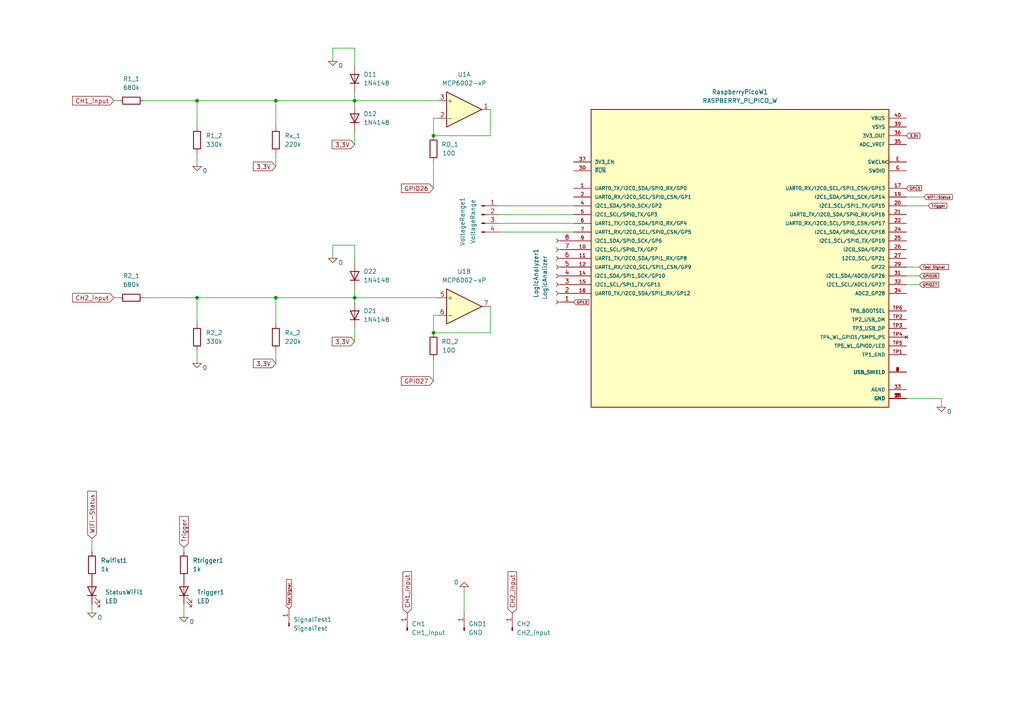
<source format=kicad_sch>
(kicad_sch (version 20231120) (generator "eeschema") (generator_version "8.0")
  (paper "A4")
  (title_block (title "PCB para Osciloscopio Scoppy"))
  (lib_symbols
    (symbol "Amplifier_Operational:MCP6002-xP" (pin_names (offset 0.127))
      (property "Reference" "U" (at 0 5.08 0))
      (property "Value" "MCP6002-xP" (at 0 -5.08 0))
      (symbol "MCP6002-xP_1_1"
        (polyline (pts (xy -5.08 5.08) (xy 5.08 0) (xy -5.08 -5.08) (xy -5.08 5.08)) (stroke (width 0.254)) (fill (type background)))
        (pin output line (at 7.62 0 180) (length 2.54) (name "~") (number "1"))
        (pin input line (at -7.62 -2.54 0) (length 2.54) (name "-") (number "2"))
        (pin input line (at -7.62 2.54 0) (length 2.54) (name "+") (number "3"))
      )
      (symbol "MCP6002-xP_2_1"
        (polyline (pts (xy -5.08 5.08) (xy 5.08 0) (xy -5.08 -5.08) (xy -5.08 5.08)) (stroke (width 0.254)) (fill (type background)))
        (pin input line (at -7.62 2.54 0) (length 2.54) (name "+") (number "5"))
        (pin input line (at -7.62 -2.54 0) (length 2.54) (name "-") (number "6"))
        (pin output line (at 7.62 0 180) (length 2.54) (name "~") (number "7"))
      )
      (symbol "MCP6002-xP_3_1"
        (pin power_in line (at -2.54 -7.62 90) (length 3.81) (name "V-") (number "4"))
        (pin power_in line (at -2.54 7.62 270) (length 3.81) (name "V+") (number "8"))
      )
    )
    (symbol "Connector:Conn_01x01_Pin" (pin_names (offset 1.016) hide)
      (property "Reference" "J" (at 0 2.54 0))
      (property "Value" "Conn_01x01_Pin" (at 0 -2.54 0))
      (symbol "Conn_01x01_Pin_1_1"
        (polyline (pts (xy 1.27 0) (xy 0.8636 0)) (stroke (width 0.1524)))
        (rectangle (start 0.8636 0.127) (end 0 -0.127) (stroke (width 0.1524)) (fill (type outline)))
        (pin passive line (at 5.08 0 180) (length 3.81) (name "Pin_1") (number "1"))
      )
    )
    (symbol "Connector:Conn_01x04_Male" (pin_names (offset 1.016) hide)
      (property "Reference" "J" (at 0 5.08 0))
      (property "Value" "Conn_01x04_Male" (at 0 -7.62 0))
      (symbol "Conn_01x04_Male_1_1"
        (polyline (pts (xy 1.27 -5.08) (xy 0.8636 -5.08)) (stroke (width 0.1524)))
        (polyline (pts (xy 1.27 -2.54) (xy 0.8636 -2.54)) (stroke (width 0.1524)))
        (polyline (pts (xy 1.27 0) (xy 0.8636 0)) (stroke (width 0.1524)))
        (polyline (pts (xy 1.27 2.54) (xy 0.8636 2.54)) (stroke (width 0.1524)))
        (rectangle (start 0.8636 -4.953) (end 0 -5.207) (stroke (width 0.1524)) (fill (type outline)))
        (rectangle (start 0.8636 -2.413) (end 0 -2.667) (stroke (width 0.1524)) (fill (type outline)))
        (rectangle (start 0.8636 0.127) (end 0 -0.127) (stroke (width 0.1524)) (fill (type outline)))
        (rectangle (start 0.8636 2.667) (end 0 2.413) (stroke (width 0.1524)) (fill (type outline)))
        (pin passive line (at 5.08 2.54 180) (length 3.81) (name "Pin_1") (number "1"))
        (pin passive line (at 5.08 0 180) (length 3.81) (name "Pin_2") (number "2"))
        (pin passive line (at 5.08 -2.54 180) (length 3.81) (name "Pin_3") (number "3"))
        (pin passive line (at 5.08 -5.08 180) (length 3.81) (name "Pin_4") (number "4"))
      )
    )
    (symbol "Connector:Conn_01x08_Socket" (pin_names (offset 1.016) hide)
      (property "Reference" "J" (at 0 10.16 0))
      (property "Value" "Conn_01x08_Socket" (at 0 -12.7 0))
      (symbol "Conn_01x08_Socket_1_1"
        (arc (start 0 -9.652) (mid -0.5058 -10.16) (end 0 -10.668) (stroke (width 0.1524)))
        (arc (start 0 -7.112) (mid -0.5058 -7.62) (end 0 -8.128) (stroke (width 0.1524)))
        (arc (start 0 -4.572) (mid -0.5058 -5.08) (end 0 -5.588) (stroke (width 0.1524)))
        (arc (start 0 -2.032) (mid -0.5058 -2.54) (end 0 -3.048) (stroke (width 0.1524)))
        (polyline (pts (xy -1.27 -10.16) (xy -0.508 -10.16)) (stroke (width 0.1524)))
        (polyline (pts (xy -1.27 -7.62) (xy -0.508 -7.62)) (stroke (width 0.1524)))
        (polyline (pts (xy -1.27 -5.08) (xy -0.508 -5.08)) (stroke (width 0.1524)))
        (polyline (pts (xy -1.27 -2.54) (xy -0.508 -2.54)) (stroke (width 0.1524)))
        (polyline (pts (xy -1.27 0) (xy -0.508 0)) (stroke (width 0.1524)))
        (polyline (pts (xy -1.27 2.54) (xy -0.508 2.54)) (stroke (width 0.1524)))
        (polyline (pts (xy -1.27 5.08) (xy -0.508 5.08)) (stroke (width 0.1524)))
        (polyline (pts (xy -1.27 7.62) (xy -0.508 7.62)) (stroke (width 0.1524)))
        (arc (start 0 0.508) (mid -0.5058 0) (end 0 -0.508) (stroke (width 0.1524)))
        (arc (start 0 3.048) (mid -0.5058 2.54) (end 0 2.032) (stroke (width 0.1524)))
        (arc (start 0 5.588) (mid -0.5058 5.08) (end 0 4.572) (stroke (width 0.1524)))
        (arc (start 0 8.128) (mid -0.5058 7.62) (end 0 7.112) (stroke (width 0.1524)))
        (pin passive line (at -5.08 7.62 0) (length 3.81) (name "Pin_1") (number "1"))
        (pin passive line (at -5.08 5.08 0) (length 3.81) (name "Pin_2") (number "2"))
        (pin passive line (at -5.08 2.54 0) (length 3.81) (name "Pin_3") (number "3"))
        (pin passive line (at -5.08 0 0) (length 3.81) (name "Pin_4") (number "4"))
        (pin passive line (at -5.08 -2.54 0) (length 3.81) (name "Pin_5") (number "5"))
        (pin passive line (at -5.08 -5.08 0) (length 3.81) (name "Pin_6") (number "6"))
        (pin passive line (at -5.08 -7.62 0) (length 3.81) (name "Pin_7") (number "7"))
        (pin passive line (at -5.08 -10.16 0) (length 3.81) (name "Pin_8") (number "8"))
      )
    )
    (symbol "Device:LED" (pin_numbers hide) (pin_names (offset 1.016) hide)
      (property "Reference" "D" (at 0 2.54 0))
      (property "Value" "LED" (at 0 -2.54 0))
      (symbol "LED_0_1"
        (polyline (pts (xy -1.27 -1.27) (xy -1.27 1.27)) (stroke (width 0.254)))
        (polyline (pts (xy -1.27 0) (xy 1.27 0)))
        (polyline (pts (xy 1.27 -1.27) (xy 1.27 1.27) (xy -1.27 0) (xy 1.27 -1.27)) (stroke (width 0.254)))
        (polyline (pts (xy -3.048 -0.762) (xy -4.572 -2.286) (xy -3.81 -2.286) (xy -4.572 -2.286) (xy -4.572 -1.524)))
        (polyline (pts (xy -1.778 -0.762) (xy -3.302 -2.286) (xy -2.54 -2.286) (xy -3.302 -2.286) (xy -3.302 -1.524)))
      )
      (symbol "LED_1_1"
        (pin passive line (at -3.81 0 0) (length 2.54) (name "K") (number "1"))
        (pin passive line (at 3.81 0 180) (length 2.54) (name "A") (number "2"))
      )
    )
    (symbol "Device:R" (pin_numbers hide) (pin_names (offset 0))
      (property "Reference" "R" (at 2.032 0 90))
      (property "Value" "R" (at 0 0 90))
      (symbol "R_0_1"
        (rectangle (start -1.016 -2.54) (end 1.016 2.54) (stroke (width 0.254)))
      )
      (symbol "R_1_1"
        (pin passive line (at 0 3.81 270) (length 1.27) (name "~") (number "1"))
        (pin passive line (at 0 -3.81 90) (length 1.27) (name "~") (number "2"))
      )
    )
    (symbol "Diode:1N4148" (pin_numbers hide) (pin_names hide)
      (property "Reference" "D" (at 0 2.54 0))
      (property "Value" "1N4148" (at 0 -2.54 0))
      (symbol "1N4148_0_1"
        (polyline (pts (xy -1.27 1.27) (xy -1.27 -1.27)) (stroke (width 0.254)))
        (polyline (pts (xy 1.27 0) (xy -1.27 0)))
        (polyline (pts (xy 1.27 1.27) (xy 1.27 -1.27) (xy -1.27 0) (xy 1.27 1.27)) (stroke (width 0.254)))
      )
      (symbol "1N4148_1_1"
        (pin passive line (at -3.81 0 0) (length 2.54) (name "K") (number "1"))
        (pin passive line (at 3.81 0 180) (length 2.54) (name "A") (number "2"))
      )
    )
    (symbol "RaspberryPicow:RASPBERRY_PI_PICO_W" (pin_names (offset 1.016))
      (property "Reference" "U" (at -43.18 44.069 0))
      (property "Value" "RASPBERRY_PI_PICO_W" (at -43.18 -45.72 0))
      (symbol "RASPBERRY_PI_PICO_W_0_0"
        (rectangle (start -43.18 -43.18) (end 43.18 43.18) (stroke (width 0.254)) (fill (type background)))
        (pin bidirectional line (at -48.26 20.32 0) (length 5.08) (name "UART0_TX/I2C0_SDA/SPI0_RX/GP0") (number "1"))
        (pin bidirectional line (at -48.26 2.54 0) (length 5.08) (name "I2C1_SCL/SPI0_TX/GP7") (number "10"))
        (pin bidirectional line (at -48.26 0 0) (length 5.08) (name "UART1_TX/I2C0_SDA/SPI1_RX/GP8") (number "11"))
        (pin bidirectional line (at -48.26 -2.54 0) (length 5.08) (name "UART1_RX/I2C0_SCL/SPI1_CSN/GP9") (number "12"))
        (pin power_in line (at 48.26 -40.64 180) (length 5.08) (name "GND") (number "13"))
        (pin bidirectional line (at -48.26 -5.08 0) (length 5.08) (name "I2C1_SDA/SPI1_SCK/GP10") (number "14"))
        (pin bidirectional line (at -48.26 -7.62 0) (length 5.08) (name "I2C1_SCL/SPI1_TX/GP11") (number "15"))
        (pin bidirectional line (at -48.26 -10.16 0) (length 5.08) (name "UART0_TX/I2C0_SDA/SPI1_RX/GP12") (number "16"))
        (pin bidirectional line (at 48.26 20.32 180) (length 5.08) (name "UART0_RX/I2C0_SCL/SPI1_CSN/GP13") (number "17"))
        (pin power_in line (at 48.26 -40.64 180) (length 5.08) (name "GND") (number "18"))
        (pin bidirectional line (at 48.26 17.78 180) (length 5.08) (name "I2C1_SDA/SPI1_SCK/GP14") (number "19"))
        (pin bidirectional line (at -48.26 17.78 0) (length 5.08) (name "UART0_RX/I2C0_SCL/SPI0_CSN/GP1") (number "2"))
        (pin bidirectional line (at 48.26 15.24 180) (length 5.08) (name "I2C1_SCL/SPI1_TX/GP15") (number "20"))
        (pin bidirectional line (at 48.26 12.7 180) (length 5.08) (name "UART0_TX/I2C0_SDA/SPI0_RX/GP16") (number "21"))
        (pin bidirectional line (at 48.26 10.16 180) (length 5.08) (name "UART0_RX/I2C0_SCL/SPI0_CSN/GP17") (number "22"))
        (pin power_in line (at 48.26 -40.64 180) (length 5.08) (name "GND") (number "23"))
        (pin bidirectional line (at 48.26 7.62 180) (length 5.08) (name "I2C1_SDA/SPI0_SCK/GP18") (number "24"))
        (pin bidirectional line (at 48.26 5.08 180) (length 5.08) (name "I2C1_SCL/SPI0_TX/GP19") (number "25"))
        (pin bidirectional line (at 48.26 2.54 180) (length 5.08) (name "I2C0_SDA/GP20") (number "26"))
        (pin bidirectional line (at 48.26 0 180) (length 5.08) (name "12C0_SCL/GP21") (number "27"))
        (pin power_in line (at 48.26 -40.64 180) (length 5.08) (name "GND") (number "28"))
        (pin bidirectional line (at 48.26 -2.54 180) (length 5.08) (name "GP22") (number "29"))
        (pin power_in line (at 48.26 -40.64 180) (length 5.08) (name "GND") (number "3"))
        (pin input line (at -48.26 25.4 0) (length 5.08) (name "~{RUN}") (number "30"))
        (pin bidirectional line (at 48.26 -5.08 180) (length 5.08) (name "I2C1_SDA/ADC0/GP26") (number "31"))
        (pin bidirectional line (at 48.26 -7.62 180) (length 5.08) (name "I2C1_SCL/ADC1/GP27") (number "32"))
        (pin power_in line (at 48.26 -38.1 180) (length 5.08) (name "AGND") (number "33"))
        (pin bidirectional line (at 48.26 -10.16 180) (length 5.08) (name "ADC2_GP28") (number "34"))
        (pin power_in line (at 48.26 33.02 180) (length 5.08) (name "ADC_VREF") (number "35"))
        (pin power_in line (at 48.26 35.56 180) (length 5.08) (name "3V3_OUT") (number "36"))
        (pin input line (at -48.26 27.94 0) (length 5.08) (name "3V3_EN") (number "37"))
        (pin power_in line (at 48.26 -40.64 180) (length 5.08) (name "GND") (number "38"))
        (pin power_in line (at 48.26 38.1 180) (length 5.08) (name "VSYS") (number "39"))
        (pin bidirectional line (at -48.26 15.24 0) (length 5.08) (name "I2C1_SDA/SPI0_SCK/GP2") (number "4"))
        (pin power_in line (at 48.26 40.64 180) (length 5.08) (name "VBUS") (number "40"))
        (pin bidirectional line (at -48.26 12.7 0) (length 5.08) (name "I2C1_SCL/SPI0_TX/GP3") (number "5"))
        (pin bidirectional line (at -48.26 10.16 0) (length 5.08) (name "UART1_TX/I2C0_SDA/SPI0_RX/GP4") (number "6"))
        (pin bidirectional line (at -48.26 7.62 0) (length 5.08) (name "UART1_RX/I2C0_SCL/SPI0_CSN/GP5") (number "7"))
        (pin power_in line (at 48.26 -40.64 180) (length 5.08) (name "GND") (number "8"))
        (pin bidirectional line (at -48.26 5.08 0) (length 5.08) (name "I2C1_SDA/SPI0_SCK/GP6") (number "9"))
        (pin power_in line (at 48.26 -33.02 180) (length 5.08) (name "USB_SHIELD") (number "A"))
        (pin power_in line (at 48.26 -33.02 180) (length 5.08) (name "USB_SHIELD") (number "B"))
        (pin power_in line (at 48.26 -33.02 180) (length 5.08) (name "USB_SHIELD") (number "C"))
        (pin power_in line (at 48.26 -33.02 180) (length 5.08) (name "USB_SHIELD") (number "D"))
        (pin input clock (at 48.26 27.94 180) (length 5.08) (name "SWCLK") (number "E"))
        (pin power_in line (at 48.26 -40.64 180) (length 5.08) (name "GND") (number "F"))
        (pin bidirectional line (at 48.26 25.4 180) (length 5.08) (name "SWDIO") (number "G"))
        (pin power_in line (at 48.26 -27.94 180) (length 5.08) (name "TP1_GND") (number "TP1"))
        (pin bidirectional line (at 48.26 -17.78 180) (length 5.08) (name "TP2_USB_DM") (number "TP2"))
        (pin bidirectional line (at 48.26 -20.32 180) (length 5.08) (name "TP3_USB_DP") (number "TP3"))
        (pin no_connect line (at 48.26 -22.86 180) (length 5.08) (name "TP4_WL_GPIO1/SMPS_PS") (number "TP4"))
        (pin bidirectional line (at 48.26 -25.4 180) (length 5.08) (name "TP5_WL_GPIO0/LED") (number "TP5"))
        (pin input line (at 48.26 -15.24 180) (length 5.08) (name "TP6_BOOTSEL") (number "TP6"))
      )
    )
    (symbol "Simulation_SPICE:0" (power) (pin_numbers hide) (pin_names (offset 0) hide)
      (property "Value" "0" (at 0 -2.54 0))
      (symbol "0_0_1"
        (polyline (pts (xy -1.27 0) (xy 0 -1.27) (xy 1.27 0) (xy -1.27 0)))
      )
      (symbol "0_1_1"
        (pin power_in line (at 0 0 0) (length 0) (name "~") (number "1"))
      )
    )
  )
  (junction (at 57.15 86.36))
  (junction (at 125.73 39.37))
  (junction (at 125.73 96.52))
  (junction (at 80.01 86.36))
  (junction (at 80.01 29.21))
  (junction (at 102.87 86.36))
  (junction (at 57.15 29.21))
  (junction (at 102.87 29.21))
  (wire (pts (xy 266.7 82.55) (xy 262.89 82.55)))
  (wire (pts (xy 80.01 44.45) (xy 80.01 48.26)))
  (wire (pts (xy 102.87 29.21) (xy 102.87 30.48)))
  (wire (pts (xy 125.73 104.14) (xy 125.73 110.49)))
  (wire (pts (xy 102.87 86.36) (xy 127 86.36)))
  (wire (pts (xy 102.87 19.05) (xy 102.87 13.97)))
  (wire (pts (xy 96.52 13.97) (xy 96.52 17.78)))
  (wire (pts (xy 102.87 76.2) (xy 102.87 71.12)))
  (wire (pts (xy 144.78 62.23) (xy 166.37 62.23)))
  (wire (pts (xy 57.15 44.45) (xy 57.15 48.26)))
  (wire (pts (xy 262.89 115.57) (xy 273.05 115.57)))
  (wire (pts (xy 80.01 29.21) (xy 57.15 29.21)))
  (wire (pts (xy 96.52 71.12) (xy 96.52 74.93)))
  (wire (pts (xy 269.24 59.69) (xy 262.89 59.69)))
  (wire (pts (xy 142.24 31.75) (xy 142.24 39.37)))
  (wire (pts (xy 144.78 59.69) (xy 166.37 59.69)))
  (wire (pts (xy 262.89 77.47) (xy 266.7 77.47)))
  (wire (pts (xy 57.15 29.21) (xy 41.91 29.21)))
  (wire (pts (xy 142.24 96.52) (xy 125.73 96.52)))
  (wire (pts (xy 80.01 101.6) (xy 80.01 105.41)))
  (wire (pts (xy 262.89 80.01) (xy 266.7 80.01)))
  (wire (pts (xy 144.78 67.31) (xy 166.37 67.31)))
  (wire (pts (xy 53.34 175.26) (xy 53.34 179.07)))
  (wire (pts (xy 102.87 29.21) (xy 127 29.21)))
  (wire (pts (xy 33.02 29.21) (xy 34.29 29.21)))
  (wire (pts (xy 102.87 71.12) (xy 96.52 71.12)))
  (wire (pts (xy 142.24 39.37) (xy 125.73 39.37)))
  (wire (pts (xy 80.01 86.36) (xy 57.15 86.36)))
  (wire (pts (xy 33.02 86.36) (xy 34.29 86.36)))
  (wire (pts (xy 57.15 86.36) (xy 41.91 86.36)))
  (wire (pts (xy 102.87 86.36) (xy 102.87 87.63)))
  (wire (pts (xy 102.87 95.25) (xy 102.87 99.06)))
  (wire (pts (xy 80.01 93.98) (xy 80.01 86.36)))
  (wire (pts (xy 57.15 36.83) (xy 57.15 29.21)))
  (wire (pts (xy 26.67 156.21) (xy 26.67 160.02)))
  (wire (pts (xy 57.15 93.98) (xy 57.15 86.36)))
  (wire (pts (xy 102.87 26.67) (xy 102.87 29.21)))
  (wire (pts (xy 125.73 91.44) (xy 127 91.44)))
  (wire (pts (xy 273.05 118.11) (xy 273.05 115.57)))
  (wire (pts (xy 134.62 170.18) (xy 134.62 177.8)))
  (wire (pts (xy 142.24 88.9) (xy 142.24 96.52)))
  (wire (pts (xy 125.73 46.99) (xy 125.73 54.61)))
  (wire (pts (xy 26.67 175.26) (xy 26.67 177.8)))
  (wire (pts (xy 80.01 36.83) (xy 80.01 29.21)))
  (wire (pts (xy 80.01 86.36) (xy 102.87 86.36)))
  (wire (pts (xy 125.73 96.52) (xy 125.73 91.44)))
  (wire (pts (xy 262.89 57.15) (xy 267.97 57.15)))
  (wire (pts (xy 102.87 83.82) (xy 102.87 86.36)))
  (wire (pts (xy 144.78 64.77) (xy 166.37 64.77)))
  (wire (pts (xy 102.87 38.1) (xy 102.87 41.91)))
  (wire (pts (xy 57.15 101.6) (xy 57.15 105.41)))
  (wire (pts (xy 102.87 13.97) (xy 96.52 13.97)))
  (wire (pts (xy 125.73 34.29) (xy 127 34.29)))
  (wire (pts (xy 53.34 158.75) (xy 53.34 160.02)))
  (wire (pts (xy 125.73 39.37) (xy 125.73 34.29)))
  (wire (pts (xy 80.01 29.21) (xy 102.87 29.21)))
  (global_label "Trigger" (shape input) (at 269.24 59.69 0) (effects (font (size 0.762 0.762))) (property "Intersheetrefs" "${INTERSHEET_REFS}" (effects (hide yes))))
  (global_label "3,3V" (shape input) (at 102.87 41.91 180) (property "Intersheetrefs" "${INTERSHEET_REFS}" (effects (hide yes))))
  (global_label "CH2_input" (shape input) (at 148.59 177.8 90) (property "Intersheetrefs" "${INTERSHEET_REFS}" (effects (hide yes))))
  (global_label "WiFi-Status" (shape input) (at 267.97 57.15 0) (effects (font (size 0.762 0.762))) (property "Intersheetrefs" "${INTERSHEET_REFS}" (effects (hide yes))))
  (global_label "CH2_input" (shape input) (at 33.02 86.36 180) (property "Intersheetrefs" "${INTERSHEET_REFS}" (effects (hide yes))))
  (global_label "GPIO26" (shape input) (at 266.7 80.01 0) (effects (font (size 0.762 0.762))) (property "Intersheetrefs" "${INTERSHEET_REFS}" (effects (hide yes))))
  (global_label "CH1_input" (shape input) (at 118.11 177.8 90) (property "Intersheetrefs" "${INTERSHEET_REFS}" (effects (hide yes))))
  (global_label "Test Signal " (shape input) (at 83.82 176.53 90) (effects (font (size 0.762 0.762))) (property "Intersheetrefs" "${INTERSHEET_REFS}" (effects (hide yes))))
  (global_label "Test Signal " (shape input) (at 266.7 77.47 0) (effects (font (size 0.762 0.762))) (property "Intersheetrefs" "${INTERSHEET_REFS}" (effects (hide yes))))
  (global_label "GP13" (shape input) (at 262.89 54.61 0) (effects (font (size 0.762 0.762))) (property "Intersheetrefs" "${INTERSHEET_REFS}" (effects (hide yes))))
  (global_label "GPIO26" (shape input) (at 125.73 54.61 180) (property "Intersheetrefs" "${INTERSHEET_REFS}" (effects (hide yes))))
  (global_label "3,3V" (shape input) (at 80.01 105.41 180) (property "Intersheetrefs" "${INTERSHEET_REFS}" (effects (hide yes))))
  (global_label "CH1_input" (shape input) (at 33.02 29.21 180) (property "Intersheetrefs" "${INTERSHEET_REFS}" (effects (hide yes))))
  (global_label "3,3V" (shape input) (at 262.89 39.37 0) (effects (font (size 0.762 0.762))) (property "Intersheetrefs" "${INTERSHEET_REFS}" (effects (hide yes))))
  (global_label "3,3V" (shape input) (at 102.87 99.06 180) (property "Intersheetrefs" "${INTERSHEET_REFS}" (effects (hide yes))))
  (global_label "GPIO27" (shape input) (at 125.73 110.49 180) (property "Intersheetrefs" "${INTERSHEET_REFS}" (effects (hide yes))))
  (global_label "GPIO27" (shape input) (at 266.7 82.55 0) (effects (font (size 0.762 0.762))) (property "Intersheetrefs" "${INTERSHEET_REFS}" (effects (hide yes))))
  (global_label "Trigger" (shape input) (at 53.34 158.75 90) (property "Intersheetrefs" "${INTERSHEET_REFS}" (effects (hide yes))))
  (global_label "3,3V" (shape input) (at 80.01 48.26 180) (property "Intersheetrefs" "${INTERSHEET_REFS}" (effects (hide yes))))
  (global_label "GP13" (shape input) (at 166.37 87.63 0) (effects (font (size 0.762 0.762))) (property "Intersheetrefs" "${INTERSHEET_REFS}" (effects (hide yes))))
  (global_label "WiFi-Status" (shape input) (at 26.67 156.21 90) (property "Intersheetrefs" "${INTERSHEET_REFS}" (effects (hide yes))))
  (symbol (lib_id "Simulation_SPICE:0") (at 273.05 118.11 0) (unit 1)
    (property "Reference" "#GND05" (effects (hide yes)))
    (property "Value" "0" (at 275.336 119.38 0))
    (property "Datasheet" "https://ngspice.sourceforge.io/docs/ngspice-html-manual/manual.xhtml#subsec_Circuit_elements__device" (effects (hide yes)))
    (property "Description" "0V reference potential for simulation" (effects (hide yes)))
  )
  (symbol (lib_id "Device:R") (at 57.15 40.64 180) (unit 1)
    (property "Reference" "R1_2" (at 59.69 39.3699 0) (effects (justify right)))
    (property "Value" "330k" (at 59.69 41.9099 0) (effects (justify right)))
    (property "Footprint" "Resistor_THT:R_Axial_DIN0204_L3.6mm_D1.6mm_P7.62mm_Horizontal" (effects (hide yes)))
    (property "Description" "Resistor" (effects (hide yes)))
  )
  (symbol (lib_id "Simulation_SPICE:0") (at 96.52 17.78 0) (unit 1)
    (property "Reference" "#GND04" (effects (hide yes)))
    (property "Value" "0" (at 98.806 19.05 0))
    (property "Datasheet" "https://ngspice.sourceforge.io/docs/ngspice-html-manual/manual.xhtml#subsec_Circuit_elements__device" (effects (hide yes)))
    (property "Description" "0V reference potential for simulation" (effects (hide yes)))
  )
  (symbol (lib_id "Device:R") (at 57.15 97.79 180) (unit 1)
    (property "Reference" "R2_2" (at 59.69 96.5199 0) (effects (justify right)))
    (property "Value" "330k" (at 59.69 99.0599 0) (effects (justify right)))
    (property "Footprint" "Resistor_THT:R_Axial_DIN0204_L3.6mm_D1.6mm_P7.62mm_Horizontal" (effects (hide yes)))
    (property "Description" "Resistor" (effects (hide yes)))
  )
  (symbol (lib_id "Device:R") (at 125.73 100.33 180) (unit 1)
    (property "Reference" "RO_2" (at 128.016 99.06 0) (effects (justify right)))
    (property "Value" "100" (at 128.27 101.5999 0) (effects (justify right)))
    (property "Footprint" "Resistor_THT:R_Axial_DIN0204_L3.6mm_D1.6mm_P7.62mm_Horizontal" (effects (hide yes)))
    (property "Description" "Resistor" (effects (hide yes)))
  )
  (symbol (lib_id "Device:R") (at 26.67 163.83 0) (unit 1)
    (property "Reference" "Rwifist1" (at 29.21 162.5599 0) (effects (justify left)))
    (property "Value" "1k" (at 29.21 165.0999 0) (effects (justify left)))
    (property "Footprint" "Resistor_THT:R_Axial_DIN0204_L3.6mm_D1.6mm_P7.62mm_Horizontal" (effects (hide yes)))
    (property "Description" "Resistor" (effects (hide yes)))
  )
  (symbol (lib_id "Simulation_SPICE:0") (at 96.52 74.93 0) (unit 1)
    (property "Reference" "#GND06" (effects (hide yes)))
    (property "Value" "0" (at 98.806 76.2 0))
    (property "Datasheet" "https://ngspice.sourceforge.io/docs/ngspice-html-manual/manual.xhtml#subsec_Circuit_elements__device" (effects (hide yes)))
    (property "Description" "0V reference potential for simulation" (effects (hide yes)))
  )
  (symbol (lib_id "Connector:Conn_01x01_Pin") (at 134.62 182.88 90) (unit 1)
    (property "Reference" "GND1" (at 135.89 180.9749 90) (effects (justify right)))
    (property "Value" "GND" (at 135.89 183.5149 90) (effects (justify right)))
    (property "Footprint" "Connector_PinSocket_2.54mm:PinSocket_1x01_P2.54mm_Vertical" (effects (hide yes)))
    (property "Description" "Generic connector, single row, 01x01, script generated" (effects (hide yes)))
  )
  (symbol (lib_id "RaspberryPicow:RASPBERRY_PI_PICO_W") (at 214.63 74.93 0) (unit 1)
    (property "Reference" "RaspberryPicoW1" (at 214.63 26.67 0))
    (property "Value" "RASPBERRY_PI_PICO_W" (at 214.63 29.21 0))
    (property "Footprint" "Module:RaspberryPi_Pico_W_SMD" (effects (hide yes)))
    (property "MF" "Raspberry Pi" (effects (hide yes)))
    (property "Description_1" "\n                        \n                            Raspberry Pi Board, Arm Cortex-M0+; Silicon Manufacturer:Raspberry Pi; No. Of Bits:32Bit; Silicon Family Name:-; Core Architecture:Arm; Core Sub-Architecture:Cortex-M0+; Silicon Core Number:Rp2040; Product Range:Raspberry Pi Pico Rohs Compliant: Yes |Raspberry-Pi RASPBERRY PI PICO W\n                        \n" (effects (hide yes)))
    (property "Package" "None" (effects (hide yes)))
    (property "Price" "None" (effects (hide yes)))
    (property "Check_prices" "https://www.snapeda.com/parts/RASPBERRY%20PI%20PICO%20W/Raspberry+Pi/view-part/?ref=eda" (effects (hide yes)))
    (property "STANDARD" "Manufacturer Recommendations" (effects (hide yes)))
    (property "PARTREV" "2.4" (effects (hide yes)))
    (property "SnapEDA_Link" "https://www.snapeda.com/parts/RASPBERRY%20PI%20PICO%20W/Raspberry+Pi/view-part/?ref=snap" (effects (hide yes)))
    (property "MP" "RASPBERRY PI PICO W" (effects (hide yes)))
    (property "Availability" "Not in stock" (effects (hide yes)))
    (property "MANUFACTURER" "Raspberry Pi" (effects (hide yes)))
  )
  (symbol (lib_id "Connector:Conn_01x01_Pin") (at 148.59 182.88 90) (unit 1)
    (property "Reference" "CH2" (at 149.86 180.9749 90) (effects (justify right)))
    (property "Value" "CH2_input" (at 149.86 183.5149 90) (effects (justify right)))
    (property "Footprint" "Connector_PinSocket_2.54mm:PinSocket_1x01_P2.54mm_Vertical" (effects (hide yes)))
    (property "Description" "Generic connector, single row, 01x01, script generated" (effects (hide yes)))
  )
  (symbol (lib_id "Device:R") (at 80.01 40.64 180) (unit 1)
    (property "Reference" "Rx_1" (at 82.55 39.3699 0) (effects (justify right)))
    (property "Value" "220k" (at 82.55 41.9099 0) (effects (justify right)))
    (property "Footprint" "Resistor_THT:R_Axial_DIN0204_L3.6mm_D1.6mm_P7.62mm_Horizontal" (effects (hide yes)))
    (property "Description" "Resistor" (effects (hide yes)))
  )
  (symbol (lib_id "Simulation_SPICE:0") (at 26.67 177.8 0) (unit 1)
    (property "Reference" "#GND01" (effects (hide yes)))
    (property "Value" "0" (at 28.956 179.07 0))
    (property "Datasheet" "https://ngspice.sourceforge.io/docs/ngspice-html-manual/manual.xhtml#subsec_Circuit_elements__device" (effects (hide yes)))
    (property "Description" "0V reference potential for simulation" (effects (hide yes)))
  )
  (symbol (lib_id "Device:R") (at 53.34 163.83 0) (unit 1)
    (property "Reference" "Rtrigger1" (at 55.88 162.5599 0) (effects (justify left)))
    (property "Value" "1k" (at 55.88 165.0999 0) (effects (justify left)))
    (property "Footprint" "Resistor_THT:R_Axial_DIN0204_L3.6mm_D1.6mm_P7.62mm_Horizontal" (effects (hide yes)))
    (property "Description" "Resistor" (effects (hide yes)))
  )
  (symbol (lib_id "Simulation_SPICE:0") (at 53.34 179.07 0) (unit 1)
    (property "Reference" "#GND07" (effects (hide yes)))
    (property "Value" "0" (at 55.626 180.34 0))
    (property "Datasheet" "https://ngspice.sourceforge.io/docs/ngspice-html-manual/manual.xhtml#subsec_Circuit_elements__device" (effects (hide yes)))
    (property "Description" "0V reference potential for simulation" (effects (hide yes)))
  )
  (symbol (lib_id "Amplifier_Operational:MCP6002-xP") (at 134.62 31.75 0) (unit 1)
    (property "Reference" "U1" (at 134.62 21.59 0))
    (property "Value" "MCP6002-xP" (at 134.62 24.13 0))
    (property "Footprint" "Package_DIP:DIP-8_W7.62mm_Socket_LongPads" (effects (hide yes)))
    (property "Datasheet" "http://ww1.microchip.com/downloads/en/DeviceDoc/21733j.pdf" (effects (hide yes)))
    (property "Description" "1MHz, Low-Power Op Amp, DIP-8" (effects (hide yes)))
  )
  (symbol (lib_id "Diode:1N4148") (at 102.87 91.44 90) (unit 1)
    (property "Reference" "D21" (at 105.41 90.1699 90) (effects (justify right)))
    (property "Value" "1N4148" (at 105.41 92.7099 90) (effects (justify right)))
    (property "Footprint" "Diode_THT:D_T-1_P5.08mm_Horizontal" (effects (hide yes)))
    (property "Datasheet" "https://assets.nexperia.com/documents/data-sheet/1N4148_1N4448.pdf" (effects (hide yes)))
    (property "Description" "100V 0.15A standard switching diode, DO-35" (effects (hide yes)))
    (property "Sim.Device" "D" (effects (hide yes)))
    (property "Sim.Pins" "1=K 2=A" (effects (hide yes)))
  )
  (symbol (lib_id "Simulation_SPICE:0") (at 57.15 48.26 0) (unit 1)
    (property "Reference" "#GND02" (effects (hide yes)))
    (property "Value" "0" (at 59.436 49.53 0))
    (property "Datasheet" "https://ngspice.sourceforge.io/docs/ngspice-html-manual/manual.xhtml#subsec_Circuit_elements__device" (effects (hide yes)))
    (property "Description" "0V reference potential for simulation" (effects (hide yes)))
  )
  (symbol (lib_id "Device:R") (at 80.01 97.79 180) (unit 1)
    (property "Reference" "Rx_2" (at 82.55 96.5199 0) (effects (justify right)))
    (property "Value" "220k" (at 82.55 99.0599 0) (effects (justify right)))
    (property "Footprint" "Resistor_THT:R_Axial_DIN0204_L3.6mm_D1.6mm_P7.62mm_Horizontal" (effects (hide yes)))
    (property "Description" "Resistor" (effects (hide yes)))
  )
  (symbol (lib_id "Connector:Conn_01x01_Pin") (at 118.11 182.88 90) (unit 1)
    (property "Reference" "CH1" (at 119.38 180.9749 90) (effects (justify right)))
    (property "Value" "CH1_input" (at 119.38 183.5149 90) (effects (justify right)))
    (property "Footprint" "Connector_PinSocket_2.54mm:PinSocket_1x01_P2.54mm_Vertical" (effects (hide yes)))
    (property "Description" "Generic connector, single row, 01x01, script generated" (effects (hide yes)))
  )
  (symbol (lib_id "Device:R") (at 38.1 86.36 90) (unit 1)
    (property "Reference" "R2_1" (at 38.1 80.01 90))
    (property "Value" "680k" (at 38.1 82.55 90))
    (property "Footprint" "Resistor_THT:R_Axial_DIN0204_L3.6mm_D1.6mm_P7.62mm_Horizontal" (effects (hide yes)))
    (property "Description" "Resistor" (effects (hide yes)))
  )
  (symbol (lib_id "Connector:Conn_01x01_Pin") (at 83.82 181.61 90) (unit 1)
    (property "Reference" "SignalTest1" (at 85.09 179.7049 90) (effects (justify right)))
    (property "Value" "SignalTest" (at 85.09 182.2449 90) (effects (justify right)))
    (property "Footprint" "Connector_PinSocket_2.54mm:PinSocket_1x01_P2.54mm_Vertical" (effects (hide yes)))
    (property "Description" "Generic connector, single row, 01x01, script generated" (effects (hide yes)))
  )
  (symbol (lib_id "Diode:1N4148") (at 102.87 34.29 90) (unit 1)
    (property "Reference" "D12" (at 105.41 33.0199 90) (effects (justify right)))
    (property "Value" "1N4148" (at 105.41 35.5599 90) (effects (justify right)))
    (property "Footprint" "Diode_THT:D_T-1_P5.08mm_Horizontal" (effects (hide yes)))
    (property "Datasheet" "https://assets.nexperia.com/documents/data-sheet/1N4148_1N4448.pdf" (effects (hide yes)))
    (property "Description" "100V 0.15A standard switching diode, DO-35" (effects (hide yes)))
    (property "Sim.Device" "D" (effects (hide yes)))
    (property "Sim.Pins" "1=K 2=A" (effects (hide yes)))
  )
  (symbol (lib_id "Connector:Conn_01x08_Socket") (at 161.29 80.01 180) (unit 1)
    (property "Reference" "LogicAnalyzer1" (at 155.448 79.248 90))
    (property "Value" "LogicAnalizer" (at 157.988 80.518 90))
    (property "Footprint" "Connector_PinSocket_2.54mm:PinSocket_1x08_P2.54mm_Vertical" (effects (hide yes)))
    (property "Description" "Generic connector, single row, 01x08, script generated" (effects (hide yes)))
  )
  (symbol (lib_id "Device:LED") (at 53.34 171.45 90) (unit 1)
    (property "Reference" "Trigger1" (at 57.15 171.7674 90) (effects (justify right)))
    (property "Value" "LED" (at 57.15 174.3074 90) (effects (justify right)))
    (property "Footprint" "LED_THT:LED_D8.0mm" (effects (hide yes)))
    (property "Description" "Light emitting diode" (effects (hide yes)))
  )
  (symbol (lib_id "Diode:1N4148") (at 102.87 22.86 90) (unit 1)
    (property "Reference" "D11" (at 105.41 21.5899 90) (effects (justify right)))
    (property "Value" "1N4148" (at 105.41 24.1299 90) (effects (justify right)))
    (property "Footprint" "Diode_THT:D_T-1_P5.08mm_Horizontal" (effects (hide yes)))
    (property "Datasheet" "https://assets.nexperia.com/documents/data-sheet/1N4148_1N4448.pdf" (effects (hide yes)))
    (property "Description" "100V 0.15A standard switching diode, DO-35" (effects (hide yes)))
    (property "Sim.Device" "D" (effects (hide yes)))
    (property "Sim.Pins" "1=K 2=A" (effects (hide yes)))
  )
  (symbol (lib_id "Simulation_SPICE:0") (at 134.62 170.18 180) (unit 1)
    (property "Reference" "#GND08" (effects (hide yes)))
    (property "Value" "0" (at 132.334 168.91 0))
    (property "Datasheet" "https://ngspice.sourceforge.io/docs/ngspice-html-manual/manual.xhtml#subsec_Circuit_elements__device" (effects (hide yes)))
    (property "Description" "0V reference potential for simulation" (effects (hide yes)))
  )
  (symbol (lib_id "Device:R") (at 38.1 29.21 90) (unit 1)
    (property "Reference" "R1_1" (at 38.1 22.86 90))
    (property "Value" "680k" (at 38.1 25.4 90))
    (property "Footprint" "Resistor_THT:R_Axial_DIN0204_L3.6mm_D1.6mm_P7.62mm_Horizontal" (effects (hide yes)))
    (property "Description" "Resistor" (effects (hide yes)))
  )
  (symbol (lib_id "Amplifier_Operational:MCP6002-xP") (at 134.62 88.9 0) (unit 2)
    (property "Reference" "U1" (at 134.62 78.74 0))
    (property "Value" "MCP6002-xP" (at 134.62 81.28 0))
    (property "Footprint" "Package_DIP:DIP-8_W7.62mm_Socket_LongPads" (effects (hide yes)))
    (property "Datasheet" "http://ww1.microchip.com/downloads/en/DeviceDoc/21733j.pdf" (effects (hide yes)))
    (property "Description" "1MHz, Low-Power Op Amp, DIP-8" (effects (hide yes)))
  )
  (symbol (lib_id "Device:LED") (at 26.67 171.45 90) (unit 1)
    (property "Reference" "StatusWiFi1" (at 30.48 171.7674 90) (effects (justify right)))
    (property "Value" "LED" (at 30.48 174.3074 90) (effects (justify right)))
    (property "Footprint" "LED_THT:LED_D8.0mm" (effects (hide yes)))
    (property "Description" "Light emitting diode" (effects (hide yes)))
  )
  (symbol (lib_id "Simulation_SPICE:0") (at 57.15 105.41 0) (unit 1)
    (property "Reference" "#GND03" (effects (hide yes)))
    (property "Value" "0" (at 59.436 106.68 0))
    (property "Datasheet" "https://ngspice.sourceforge.io/docs/ngspice-html-manual/manual.xhtml#subsec_Circuit_elements__device" (effects (hide yes)))
    (property "Description" "0V reference potential for simulation" (effects (hide yes)))
  )
  (symbol (lib_id "Device:R") (at 125.73 43.18 180) (unit 1)
    (property "Reference" "RO_1" (at 128.016 41.91 0) (effects (justify right)))
    (property "Value" "100" (at 128.27 44.4499 0) (effects (justify right)))
    (property "Footprint" "Resistor_THT:R_Axial_DIN0204_L3.6mm_D1.6mm_P7.62mm_Horizontal" (effects (hide yes)))
    (property "Description" "Resistor" (effects (hide yes)))
  )
  (symbol (lib_id "Diode:1N4148") (at 102.87 80.01 90) (unit 1)
    (property "Reference" "D22" (at 105.41 78.7399 90) (effects (justify right)))
    (property "Value" "1N4148" (at 105.41 81.2799 90) (effects (justify right)))
    (property "Footprint" "Diode_THT:D_T-1_P5.08mm_Horizontal" (effects (hide yes)))
    (property "Datasheet" "https://assets.nexperia.com/documents/data-sheet/1N4148_1N4448.pdf" (effects (hide yes)))
    (property "Description" "100V 0.15A standard switching diode, DO-35" (effects (hide yes)))
    (property "Sim.Device" "D" (effects (hide yes)))
    (property "Sim.Pins" "1=K 2=A" (effects (hide yes)))
  )
  (symbol (lib_id "Connector:Conn_01x04_Male") (at 139.7 62.23 0) (unit 1)
    (property "Reference" "VoltageRange1" (at 134.112 64.262 90))
    (property "Value" "VoltageRange" (at 137.16 64.262 90))
    (property "Footprint" "Connector_PinSocket_2.54mm:PinSocket_1x04_P2.54mm_Vertical" (effects (hide yes)))
  )
)
</source>
